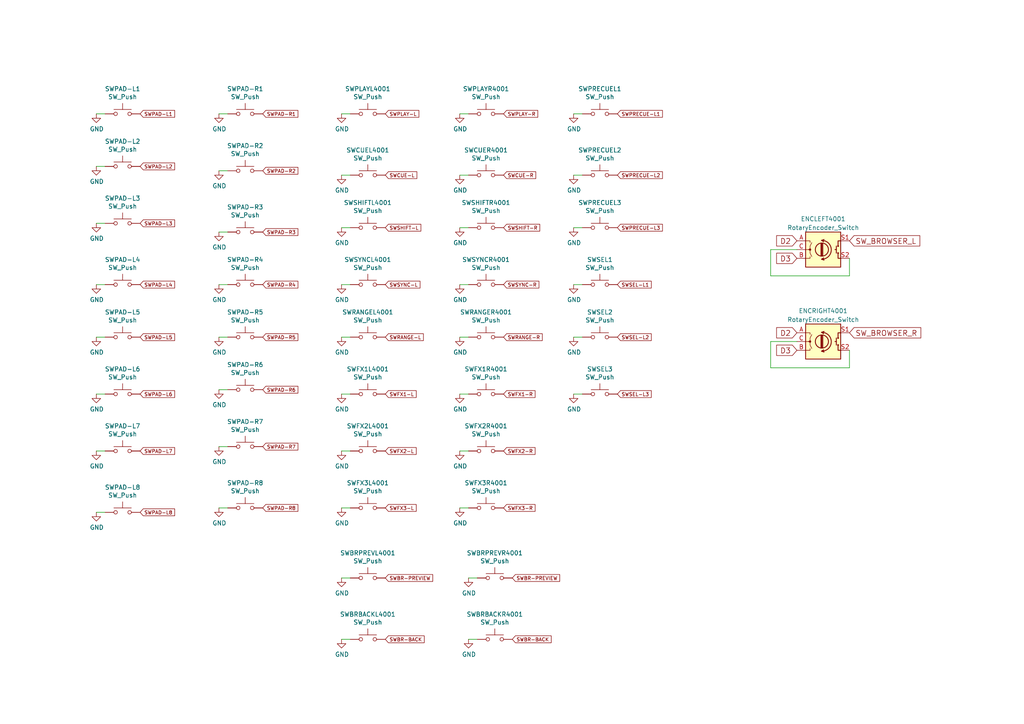
<source format=kicad_sch>
(kicad_sch (version 20210126) (generator eeschema)
  (paper "A4")
  (lib_symbols
    (symbol "Device:RotaryEncoder_Switch" (pin_names (offset 0.254) hide)
      (property "Reference" "SW" (at 0 6.604 0))
      (property "Value" "RotaryEncoder_Switch" (at 0 -6.604 0))
      (symbol "RotaryEncoder_Switch_0_1"
        (arc (start -0.381 -2.794) (end -0.381 2.667) (radius (at -0.381 -0.0508) (length 2.7432) (angles -89.9 89.9)) (stroke (width 0.254)))
        (circle (center -0.381 0) (radius 1.905) (stroke (width 0.254)))
        (circle (center 4.318 -1.016) (radius 0.127) (stroke (width 0.254)))
        (circle (center 4.318 1.016) (radius 0.127) (stroke (width 0.254)))
        (circle (center -3.81 0) (radius 0.254) (fill (type outline)))
        (rectangle (start -5.08 5.08) (end 5.08 -5.08) (stroke (width 0.254)) (fill (type background)))
        (polyline (pts (xy -0.635 -1.778) (xy -0.635 1.778)) (stroke (width 0.254)))
        (polyline (pts (xy -0.381 -1.778) (xy -0.381 1.778)) (stroke (width 0.254)))
        (polyline (pts (xy -0.127 1.778) (xy -0.127 -1.778)) (stroke (width 0.254)))
        (polyline (pts (xy 3.81 0) (xy 3.429 0)) (stroke (width 0.254)))
        (polyline (pts (xy 3.81 1.016) (xy 3.81 -1.016)) (stroke (width 0.254)))
        (polyline (pts (xy -5.08 -2.54) (xy -3.81 -2.54) (xy -3.81 -2.032)))
        (polyline (pts (xy -5.08 2.54) (xy -3.81 2.54) (xy -3.81 2.032)))
        (polyline (pts (xy 0.254 -3.048) (xy -0.508 -2.794) (xy 0.127 -2.413)) (stroke (width 0.254)))
        (polyline (pts (xy 0.254 2.921) (xy -0.508 2.667) (xy 0.127 2.286)) (stroke (width 0.254)))
        (polyline (pts (xy 5.08 -2.54) (xy 4.318 -2.54) (xy 4.318 -1.016)) (stroke (width 0.254)))
        (polyline (pts (xy 5.08 2.54) (xy 4.318 2.54) (xy 4.318 1.016)) (stroke (width 0.254)))
        (polyline (pts (xy -5.08 0) (xy -3.81 0) (xy -3.81 -1.016) (xy -3.302 -2.032)))
        (polyline (pts (xy -4.318 0) (xy -3.81 0) (xy -3.81 1.016) (xy -3.302 2.032)))
      )
      (symbol "RotaryEncoder_Switch_1_1"
        (pin passive line (at -7.62 2.54 0) (length 2.54) (name "A") (number "A"))
        (pin passive line (at -7.62 -2.54 0) (length 2.54) (name "B") (number "B"))
        (pin passive line (at -7.62 0 0) (length 2.54) (name "C") (number "C"))
        (pin passive line (at 7.62 2.54 180) (length 2.54) (name "S1") (number "S1"))
        (pin passive line (at 7.62 -2.54 180) (length 2.54) (name "S2") (number "S2"))
      )
    )
    (symbol "Switch:SW_Push" (pin_numbers hide) (pin_names (offset 1.016) hide)
      (property "Reference" "SW" (at 1.27 2.54 0))
      (property "Value" "SW_Push" (at 0 -1.524 0))
      (symbol "SW_Push_0_1"
        (circle (center -2.032 0) (radius 0.508))
        (circle (center 2.032 0) (radius 0.508))
        (polyline (pts (xy 0 1.27) (xy 0 3.048)))
        (polyline (pts (xy 2.54 1.27) (xy -2.54 1.27)))
        (pin passive line (at -5.08 0 0) (length 2.54) (name "1") (number "1"))
        (pin passive line (at 5.08 0 180) (length 2.54) (name "2") (number "2"))
      )
    )
    (symbol "power:GND" (power) (pin_names (offset 0))
      (property "Value" "GND" (at 0 -3.81 0))
      (symbol "GND_0_1"
        (polyline (pts (xy 0 0) (xy 0 -1.27) (xy 1.27 -1.27) (xy 0 -2.54) (xy -1.27 -1.27) (xy 0 -1.27)))
      )
      (symbol "GND_1_1"
        (pin power_in line (at 0 0 270) (length 0) hide (name "GND") (number "1"))
      )
    )
  )
  (wire (pts (xy 30.48 33.02) (xy 27.94 33.02)))
  (wire (pts (xy 30.48 48.26) (xy 27.94 48.26)))
  (wire (pts (xy 30.48 64.77) (xy 27.94 64.77)))
  (wire (pts (xy 30.48 82.55) (xy 27.94 82.55)))
  (wire (pts (xy 30.48 97.79) (xy 27.94 97.79)))
  (wire (pts (xy 30.48 114.3) (xy 27.94 114.3)))
  (wire (pts (xy 30.48 130.81) (xy 27.94 130.81)))
  (wire (pts (xy 30.48 148.59) (xy 27.94 148.59)))
  (wire (pts (xy 66.04 33.02) (xy 63.5 33.02)))
  (wire (pts (xy 66.04 49.53) (xy 63.5 49.53)))
  (wire (pts (xy 66.04 67.31) (xy 63.5 67.31)))
  (wire (pts (xy 66.04 82.55) (xy 63.5 82.55)))
  (wire (pts (xy 66.04 97.79) (xy 63.5 97.79)))
  (wire (pts (xy 66.04 113.03) (xy 63.5 113.03)))
  (wire (pts (xy 66.04 129.54) (xy 63.5 129.54)))
  (wire (pts (xy 66.04 147.32) (xy 63.5 147.32)))
  (wire (pts (xy 101.6 33.02) (xy 99.06 33.02)))
  (wire (pts (xy 101.6 50.8) (xy 99.06 50.8)))
  (wire (pts (xy 101.6 66.04) (xy 99.06 66.04)))
  (wire (pts (xy 101.6 82.55) (xy 99.06 82.55)))
  (wire (pts (xy 101.6 97.79) (xy 99.06 97.79)))
  (wire (pts (xy 101.6 114.3) (xy 99.06 114.3)))
  (wire (pts (xy 101.6 130.81) (xy 99.06 130.81)))
  (wire (pts (xy 101.6 147.32) (xy 99.06 147.32)))
  (wire (pts (xy 101.6 167.64) (xy 99.06 167.64)))
  (wire (pts (xy 101.6 185.42) (xy 99.06 185.42)))
  (wire (pts (xy 135.89 33.02) (xy 133.35 33.02)))
  (wire (pts (xy 135.89 50.8) (xy 133.35 50.8)))
  (wire (pts (xy 135.89 66.04) (xy 133.35 66.04)))
  (wire (pts (xy 135.89 82.55) (xy 133.35 82.55)))
  (wire (pts (xy 135.89 97.79) (xy 133.35 97.79)))
  (wire (pts (xy 135.89 114.3) (xy 133.35 114.3)))
  (wire (pts (xy 135.89 130.81) (xy 133.35 130.81)))
  (wire (pts (xy 135.89 147.32) (xy 133.35 147.32)))
  (wire (pts (xy 138.43 167.64) (xy 135.89 167.64)))
  (wire (pts (xy 138.43 185.42) (xy 135.89 185.42)))
  (wire (pts (xy 168.91 33.02) (xy 166.37 33.02)))
  (wire (pts (xy 168.91 50.8) (xy 166.37 50.8)))
  (wire (pts (xy 168.91 66.04) (xy 166.37 66.04)))
  (wire (pts (xy 168.91 82.55) (xy 166.37 82.55)))
  (wire (pts (xy 168.91 97.79) (xy 166.37 97.79)))
  (wire (pts (xy 168.91 114.3) (xy 166.37 114.3)))
  (wire (pts (xy 223.52 72.39) (xy 223.52 80.01)))
  (wire (pts (xy 223.52 80.01) (xy 246.38 80.01)))
  (wire (pts (xy 223.52 99.06) (xy 223.52 106.68)))
  (wire (pts (xy 223.52 106.68) (xy 246.38 106.68)))
  (wire (pts (xy 231.14 72.39) (xy 223.52 72.39)))
  (wire (pts (xy 231.14 99.06) (xy 223.52 99.06)))
  (wire (pts (xy 246.38 74.93) (xy 246.38 80.01)))
  (wire (pts (xy 246.38 101.6) (xy 246.38 106.68)))
  (global_label "SWPAD-L1" (shape input) (at 40.64 33.02 0) (effects (font (size 1.016 1.016))) (property "Intersheet References" "${INTERSHEET_REFS}" (effects hide)))
  (global_label "SWPAD-L2" (shape input) (at 40.64 48.26 0) (effects (font (size 1.016 1.016))) (property "Intersheet References" "${INTERSHEET_REFS}" (effects hide)))
  (global_label "SWPAD-L3" (shape input) (at 40.64 64.77 0) (effects (font (size 1.016 1.016))) (property "Intersheet References" "${INTERSHEET_REFS}" (effects hide)))
  (global_label "SWPAD-L4" (shape input) (at 40.64 82.55 0) (effects (font (size 1.016 1.016))) (property "Intersheet References" "${INTERSHEET_REFS}" (effects hide)))
  (global_label "SWPAD-L5" (shape input) (at 40.64 97.79 0) (effects (font (size 1.016 1.016))) (property "Intersheet References" "${INTERSHEET_REFS}" (effects hide)))
  (global_label "SWPAD-L6" (shape input) (at 40.64 114.3 0) (effects (font (size 1.016 1.016))) (property "Intersheet References" "${INTERSHEET_REFS}" (effects hide)))
  (global_label "SWPAD-L7" (shape input) (at 40.64 130.81 0) (effects (font (size 1.016 1.016))) (property "Intersheet References" "${INTERSHEET_REFS}" (effects hide)))
  (global_label "SWPAD-L8" (shape input) (at 40.64 148.59 0) (effects (font (size 1.016 1.016))) (property "Intersheet References" "${INTERSHEET_REFS}" (effects hide)))
  (global_label "SWPAD-R1" (shape input) (at 76.2 33.02 0) (effects (font (size 1.016 1.016))) (property "Intersheet References" "${INTERSHEET_REFS}" (effects hide)))
  (global_label "SWPAD-R2" (shape input) (at 76.2 49.53 0) (effects (font (size 1.016 1.016))) (property "Intersheet References" "${INTERSHEET_REFS}" (effects hide)))
  (global_label "SWPAD-R3" (shape input) (at 76.2 67.31 0) (effects (font (size 1.016 1.016))) (property "Intersheet References" "${INTERSHEET_REFS}" (effects hide)))
  (global_label "SWPAD-R4" (shape input) (at 76.2 82.55 0) (effects (font (size 1.016 1.016))) (property "Intersheet References" "${INTERSHEET_REFS}" (effects hide)))
  (global_label "SWPAD-R5" (shape input) (at 76.2 97.79 0) (effects (font (size 1.016 1.016))) (property "Intersheet References" "${INTERSHEET_REFS}" (effects hide)))
  (global_label "SWPAD-R6" (shape input) (at 76.2 113.03 0) (effects (font (size 1.016 1.016))) (property "Intersheet References" "${INTERSHEET_REFS}" (effects hide)))
  (global_label "SWPAD-R7" (shape input) (at 76.2 129.54 0) (effects (font (size 1.016 1.016))) (property "Intersheet References" "${INTERSHEET_REFS}" (effects hide)))
  (global_label "SWPAD-R8" (shape input) (at 76.2 147.32 0) (effects (font (size 1.016 1.016))) (property "Intersheet References" "${INTERSHEET_REFS}" (effects hide)))
  (global_label "SWPLAY-L" (shape input) (at 111.76 33.02 0) (effects (font (size 1.016 1.016))) (property "Intersheet References" "${INTERSHEET_REFS}" (effects hide)))
  (global_label "SWCUE-L" (shape input) (at 111.76 50.8 0) (effects (font (size 1.016 1.016))) (property "Intersheet References" "${INTERSHEET_REFS}" (effects hide)))
  (global_label "SWSHIFT-L" (shape input) (at 111.76 66.04 0) (effects (font (size 1.016 1.016))) (property "Intersheet References" "${INTERSHEET_REFS}" (effects hide)))
  (global_label "SWSYNC-L" (shape input) (at 111.76 82.55 0) (effects (font (size 1.016 1.016))) (property "Intersheet References" "${INTERSHEET_REFS}" (effects hide)))
  (global_label "SWRANGE-L" (shape input) (at 111.76 97.79 0) (effects (font (size 1.016 1.016))) (property "Intersheet References" "${INTERSHEET_REFS}" (effects hide)))
  (global_label "SWFX1-L" (shape input) (at 111.76 114.3 0) (effects (font (size 1.016 1.016))) (property "Intersheet References" "${INTERSHEET_REFS}" (effects hide)))
  (global_label "SWFX2-L" (shape input) (at 111.76 130.81 0) (effects (font (size 1.016 1.016))) (property "Intersheet References" "${INTERSHEET_REFS}" (effects hide)))
  (global_label "SWFX3-L" (shape input) (at 111.76 147.32 0) (effects (font (size 1.016 1.016))) (property "Intersheet References" "${INTERSHEET_REFS}" (effects hide)))
  (global_label "SWBR-PREVIEW" (shape input) (at 111.76 167.64 0) (effects (font (size 1.016 1.016))) (property "Intersheet References" "${INTERSHEET_REFS}" (effects hide)))
  (global_label "SWBR-BACK" (shape input) (at 111.76 185.42 0) (effects (font (size 1.016 1.016))) (property "Intersheet References" "${INTERSHEET_REFS}" (effects hide)))
  (global_label "SWPLAY-R" (shape input) (at 146.05 33.02 0) (effects (font (size 1.016 1.016))) (property "Intersheet References" "${INTERSHEET_REFS}" (effects hide)))
  (global_label "SWCUE-R" (shape input) (at 146.05 50.8 0) (effects (font (size 1.016 1.016))) (property "Intersheet References" "${INTERSHEET_REFS}" (effects hide)))
  (global_label "SWSHIFT-R" (shape input) (at 146.05 66.04 0) (effects (font (size 1.016 1.016))) (property "Intersheet References" "${INTERSHEET_REFS}" (effects hide)))
  (global_label "SWSYNC-R" (shape input) (at 146.05 82.55 0) (effects (font (size 1.016 1.016))) (property "Intersheet References" "${INTERSHEET_REFS}" (effects hide)))
  (global_label "SWRANGE-R" (shape input) (at 146.05 97.79 0) (effects (font (size 1.016 1.016))) (property "Intersheet References" "${INTERSHEET_REFS}" (effects hide)))
  (global_label "SWFX1-R" (shape input) (at 146.05 114.3 0) (effects (font (size 1.016 1.016))) (property "Intersheet References" "${INTERSHEET_REFS}" (effects hide)))
  (global_label "SWFX2-R" (shape input) (at 146.05 130.81 0) (effects (font (size 1.016 1.016))) (property "Intersheet References" "${INTERSHEET_REFS}" (effects hide)))
  (global_label "SWFX3-R" (shape input) (at 146.05 147.32 0) (effects (font (size 1.016 1.016))) (property "Intersheet References" "${INTERSHEET_REFS}" (effects hide)))
  (global_label "SWBR-PREVIEW" (shape input) (at 148.59 167.64 0) (effects (font (size 1.016 1.016))) (property "Intersheet References" "${INTERSHEET_REFS}" (effects hide)))
  (global_label "SWBR-BACK" (shape input) (at 148.59 185.42 0) (effects (font (size 1.016 1.016))) (property "Intersheet References" "${INTERSHEET_REFS}" (effects hide)))
  (global_label "SWPRECUE-L1" (shape input) (at 179.07 33.02 0) (effects (font (size 1.016 1.016))) (property "Intersheet References" "${INTERSHEET_REFS}" (effects hide)))
  (global_label "SWPRECUE-L2" (shape input) (at 179.07 50.8 0) (effects (font (size 1.016 1.016))) (property "Intersheet References" "${INTERSHEET_REFS}" (effects hide)))
  (global_label "SWPRECUE-L3" (shape input) (at 179.07 66.04 0) (effects (font (size 1.016 1.016))) (property "Intersheet References" "${INTERSHEET_REFS}" (effects hide)))
  (global_label "SWSEL-L1" (shape input) (at 179.07 82.55 0) (effects (font (size 1.016 1.016))) (property "Intersheet References" "${INTERSHEET_REFS}" (effects hide)))
  (global_label "SWSEL-L2" (shape input) (at 179.07 97.79 0) (effects (font (size 1.016 1.016))) (property "Intersheet References" "${INTERSHEET_REFS}" (effects hide)))
  (global_label "SWSEL-L3" (shape input) (at 179.07 114.3 0) (effects (font (size 1.016 1.016))) (property "Intersheet References" "${INTERSHEET_REFS}" (effects hide)))
  (global_label "D2" (shape input) (at 231.14 69.85 180) (effects (font (size 1.524 1.524))) (property "Intersheet References" "${INTERSHEET_REFS}" (effects hide)))
  (global_label "D3" (shape input) (at 231.14 74.93 180) (effects (font (size 1.524 1.524))) (property "Intersheet References" "${INTERSHEET_REFS}" (effects hide)))
  (global_label "D2" (shape input) (at 231.14 96.52 180) (effects (font (size 1.524 1.524))) (property "Intersheet References" "${INTERSHEET_REFS}" (effects hide)))
  (global_label "D3" (shape input) (at 231.14 101.6 180) (effects (font (size 1.524 1.524))) (property "Intersheet References" "${INTERSHEET_REFS}" (effects hide)))
  (global_label "SW_BROWSER_L" (shape input) (at 246.38 69.85 0) (effects (font (size 1.524 1.524))) (property "Intersheet References" "${INTERSHEET_REFS}" (effects hide)))
  (global_label "SW_BROWSER_R" (shape input) (at 246.38 96.52 0) (effects (font (size 1.524 1.524))) (property "Intersheet References" "${INTERSHEET_REFS}" (effects hide)))
  (symbol (lib_id "power:GND") (at 27.94 33.02 0) (unit 1)
    (property "Reference" "#PWR04001" (effects hide))
    (property "Value" "GND" (at 28.067 37.4142 0))
  )
  (symbol (lib_id "power:GND") (at 27.94 48.26 0) (unit 1)
    (property "Reference" "#PWR04002" (effects hide))
    (property "Value" "GND" (at 28.067 52.6542 0))
  )
  (symbol (lib_id "power:GND") (at 27.94 64.77 0) (unit 1)
    (property "Reference" "#PWR04003" (effects hide))
    (property "Value" "GND" (at 28.067 69.1642 0))
  )
  (symbol (lib_id "power:GND") (at 27.94 82.55 0) (unit 1)
    (property "Reference" "#PWR04004" (effects hide))
    (property "Value" "GND" (at 28.067 86.9442 0))
  )
  (symbol (lib_id "power:GND") (at 27.94 97.79 0) (unit 1)
    (property "Reference" "#PWR04005" (effects hide))
    (property "Value" "GND" (at 28.067 102.1842 0))
  )
  (symbol (lib_id "power:GND") (at 27.94 114.3 0) (unit 1)
    (property "Reference" "#PWR04006" (effects hide))
    (property "Value" "GND" (at 28.067 118.6942 0))
  )
  (symbol (lib_id "power:GND") (at 27.94 130.81 0) (unit 1)
    (property "Reference" "#PWR04007" (effects hide))
    (property "Value" "GND" (at 28.067 135.2042 0))
  )
  (symbol (lib_id "power:GND") (at 27.94 148.59 0) (unit 1)
    (property "Reference" "#PWR04008" (effects hide))
    (property "Value" "GND" (at 28.067 152.9842 0))
  )
  (symbol (lib_id "power:GND") (at 63.5 33.02 0) (unit 1)
    (property "Reference" "#PWR04009" (effects hide))
    (property "Value" "GND" (at 63.627 37.4142 0))
  )
  (symbol (lib_id "power:GND") (at 63.5 49.53 0) (unit 1)
    (property "Reference" "#PWR04010" (effects hide))
    (property "Value" "GND" (at 63.627 53.9242 0))
  )
  (symbol (lib_id "power:GND") (at 63.5 67.31 0) (unit 1)
    (property "Reference" "#PWR04011" (effects hide))
    (property "Value" "GND" (at 63.627 71.7042 0))
  )
  (symbol (lib_id "power:GND") (at 63.5 82.55 0) (unit 1)
    (property "Reference" "#PWR04012" (effects hide))
    (property "Value" "GND" (at 63.627 86.9442 0))
  )
  (symbol (lib_id "power:GND") (at 63.5 97.79 0) (unit 1)
    (property "Reference" "#PWR04013" (effects hide))
    (property "Value" "GND" (at 63.627 102.1842 0))
  )
  (symbol (lib_id "power:GND") (at 63.5 113.03 0) (unit 1)
    (property "Reference" "#PWR04014" (effects hide))
    (property "Value" "GND" (at 63.627 117.4242 0))
  )
  (symbol (lib_id "power:GND") (at 63.5 129.54 0) (unit 1)
    (property "Reference" "#PWR04015" (effects hide))
    (property "Value" "GND" (at 63.627 133.9342 0))
  )
  (symbol (lib_id "power:GND") (at 63.5 147.32 0) (unit 1)
    (property "Reference" "#PWR04016" (effects hide))
    (property "Value" "GND" (at 63.627 151.7142 0))
  )
  (symbol (lib_id "power:GND") (at 99.06 33.02 0) (unit 1)
    (property "Reference" "#PWR04017" (effects hide))
    (property "Value" "GND" (at 99.187 37.4142 0))
  )
  (symbol (lib_id "power:GND") (at 99.06 50.8 0) (unit 1)
    (property "Reference" "#PWR04018" (effects hide))
    (property "Value" "GND" (at 99.187 55.1942 0))
  )
  (symbol (lib_id "power:GND") (at 99.06 66.04 0) (unit 1)
    (property "Reference" "#PWR04019" (effects hide))
    (property "Value" "GND" (at 99.187 70.4342 0))
  )
  (symbol (lib_id "power:GND") (at 99.06 82.55 0) (unit 1)
    (property "Reference" "#PWR04020" (effects hide))
    (property "Value" "GND" (at 99.187 86.9442 0))
  )
  (symbol (lib_id "power:GND") (at 99.06 97.79 0) (unit 1)
    (property "Reference" "#PWR04021" (effects hide))
    (property "Value" "GND" (at 99.187 102.1842 0))
  )
  (symbol (lib_id "power:GND") (at 99.06 114.3 0) (unit 1)
    (property "Reference" "#PWR04022" (effects hide))
    (property "Value" "GND" (at 99.187 118.6942 0))
  )
  (symbol (lib_id "power:GND") (at 99.06 130.81 0) (unit 1)
    (property "Reference" "#PWR04023" (effects hide))
    (property "Value" "GND" (at 99.187 135.2042 0))
  )
  (symbol (lib_id "power:GND") (at 99.06 147.32 0) (unit 1)
    (property "Reference" "#PWR04024" (effects hide))
    (property "Value" "GND" (at 99.187 151.7142 0))
  )
  (symbol (lib_id "power:GND") (at 99.06 167.64 0) (unit 1)
    (property "Reference" "#PWR04025" (effects hide))
    (property "Value" "GND" (at 99.187 172.0342 0))
  )
  (symbol (lib_id "power:GND") (at 99.06 185.42 0) (unit 1)
    (property "Reference" "#PWR04026" (effects hide))
    (property "Value" "GND" (at 99.187 189.8142 0))
  )
  (symbol (lib_id "power:GND") (at 133.35 33.02 0) (unit 1)
    (property "Reference" "#PWR04027" (effects hide))
    (property "Value" "GND" (at 133.477 37.4142 0))
  )
  (symbol (lib_id "power:GND") (at 133.35 50.8 0) (unit 1)
    (property "Reference" "#PWR04028" (effects hide))
    (property "Value" "GND" (at 133.477 55.1942 0))
  )
  (symbol (lib_id "power:GND") (at 133.35 66.04 0) (unit 1)
    (property "Reference" "#PWR04029" (effects hide))
    (property "Value" "GND" (at 133.477 70.4342 0))
  )
  (symbol (lib_id "power:GND") (at 133.35 82.55 0) (unit 1)
    (property "Reference" "#PWR04030" (effects hide))
    (property "Value" "GND" (at 133.477 86.9442 0))
  )
  (symbol (lib_id "power:GND") (at 133.35 97.79 0) (unit 1)
    (property "Reference" "#PWR04031" (effects hide))
    (property "Value" "GND" (at 133.477 102.1842 0))
  )
  (symbol (lib_id "power:GND") (at 133.35 114.3 0) (unit 1)
    (property "Reference" "#PWR04032" (effects hide))
    (property "Value" "GND" (at 133.477 118.6942 0))
  )
  (symbol (lib_id "power:GND") (at 133.35 130.81 0) (unit 1)
    (property "Reference" "#PWR04033" (effects hide))
    (property "Value" "GND" (at 133.477 135.2042 0))
  )
  (symbol (lib_id "power:GND") (at 133.35 147.32 0) (unit 1)
    (property "Reference" "#PWR04034" (effects hide))
    (property "Value" "GND" (at 133.477 151.7142 0))
  )
  (symbol (lib_id "power:GND") (at 135.89 167.64 0) (unit 1)
    (property "Reference" "#PWR04035" (effects hide))
    (property "Value" "GND" (at 136.017 172.0342 0))
  )
  (symbol (lib_id "power:GND") (at 135.89 185.42 0) (unit 1)
    (property "Reference" "#PWR04036" (effects hide))
    (property "Value" "GND" (at 136.017 189.8142 0))
  )
  (symbol (lib_id "power:GND") (at 166.37 33.02 0) (unit 1)
    (property "Reference" "#PWR04037" (effects hide))
    (property "Value" "GND" (at 166.497 37.4142 0))
  )
  (symbol (lib_id "power:GND") (at 166.37 50.8 0) (unit 1)
    (property "Reference" "#PWR04038" (effects hide))
    (property "Value" "GND" (at 166.497 55.1942 0))
  )
  (symbol (lib_id "power:GND") (at 166.37 66.04 0) (unit 1)
    (property "Reference" "#PWR04039" (effects hide))
    (property "Value" "GND" (at 166.497 70.4342 0))
  )
  (symbol (lib_id "power:GND") (at 166.37 82.55 0) (unit 1)
    (property "Reference" "#PWR04040" (effects hide))
    (property "Value" "GND" (at 166.497 86.9442 0))
  )
  (symbol (lib_id "power:GND") (at 166.37 97.79 0) (unit 1)
    (property "Reference" "#PWR04041" (effects hide))
    (property "Value" "GND" (at 166.497 102.1842 0))
  )
  (symbol (lib_id "power:GND") (at 166.37 114.3 0) (unit 1)
    (property "Reference" "#PWR04042" (effects hide))
    (property "Value" "GND" (at 166.497 118.6942 0))
  )
  (symbol (lib_id "Switch:SW_Push") (at 35.56 33.02 0) (unit 1)
    (property "Reference" "SWPAD-L1" (at 35.56 25.781 0))
    (property "Value" "SW_Push" (at 35.56 28.0924 0))
    (property "Footprint" "Button_Switch_THT:SW_PUSH_6mm_H5mm" (effects hide))
  )
  (symbol (lib_id "Switch:SW_Push") (at 35.56 48.26 0) (unit 1)
    (property "Reference" "SWPAD-L2" (at 35.56 41.021 0))
    (property "Value" "SW_Push" (at 35.56 43.3324 0))
    (property "Footprint" "Button_Switch_THT:SW_PUSH_6mm_H5mm" (effects hide))
  )
  (symbol (lib_id "Switch:SW_Push") (at 35.56 64.77 0) (unit 1)
    (property "Reference" "SWPAD-L3" (at 35.56 57.531 0))
    (property "Value" "SW_Push" (at 35.56 59.8424 0))
    (property "Footprint" "Button_Switch_THT:SW_PUSH_6mm_H5mm" (effects hide))
  )
  (symbol (lib_id "Switch:SW_Push") (at 35.56 82.55 0) (unit 1)
    (property "Reference" "SWPAD-L4" (at 35.56 75.311 0))
    (property "Value" "SW_Push" (at 35.56 77.6224 0))
    (property "Footprint" "Button_Switch_THT:SW_PUSH_6mm_H5mm" (effects hide))
  )
  (symbol (lib_id "Switch:SW_Push") (at 35.56 97.79 0) (unit 1)
    (property "Reference" "SWPAD-L5" (at 35.56 90.551 0))
    (property "Value" "SW_Push" (at 35.56 92.8624 0))
    (property "Footprint" "Button_Switch_THT:SW_PUSH_6mm_H5mm" (effects hide))
  )
  (symbol (lib_id "Switch:SW_Push") (at 35.56 114.3 0) (unit 1)
    (property "Reference" "SWPAD-L6" (at 35.56 107.061 0))
    (property "Value" "SW_Push" (at 35.56 109.3724 0))
    (property "Footprint" "Button_Switch_THT:SW_PUSH_6mm_H5mm" (effects hide))
  )
  (symbol (lib_id "Switch:SW_Push") (at 35.56 130.81 0) (unit 1)
    (property "Reference" "SWPAD-L7" (at 35.56 123.571 0))
    (property "Value" "SW_Push" (at 35.56 125.8824 0))
    (property "Footprint" "Button_Switch_THT:SW_PUSH_6mm_H5mm" (effects hide))
  )
  (symbol (lib_id "Switch:SW_Push") (at 35.56 148.59 0) (unit 1)
    (property "Reference" "SWPAD-L8" (at 35.56 141.351 0))
    (property "Value" "SW_Push" (at 35.56 143.6624 0))
    (property "Footprint" "Button_Switch_THT:SW_PUSH_6mm_H5mm" (effects hide))
  )
  (symbol (lib_id "Switch:SW_Push") (at 71.12 33.02 0) (unit 1)
    (property "Reference" "SWPAD-R1" (at 71.12 25.781 0))
    (property "Value" "SW_Push" (at 71.12 28.0924 0))
    (property "Footprint" "Button_Switch_THT:SW_PUSH_6mm_H5mm" (effects hide))
  )
  (symbol (lib_id "Switch:SW_Push") (at 71.12 49.53 0) (unit 1)
    (property "Reference" "SWPAD-R2" (at 71.12 42.291 0))
    (property "Value" "SW_Push" (at 71.12 44.6024 0))
    (property "Footprint" "Button_Switch_THT:SW_PUSH_6mm_H5mm" (effects hide))
  )
  (symbol (lib_id "Switch:SW_Push") (at 71.12 67.31 0) (unit 1)
    (property "Reference" "SWPAD-R3" (at 71.12 60.071 0))
    (property "Value" "SW_Push" (at 71.12 62.3824 0))
    (property "Footprint" "Button_Switch_THT:SW_PUSH_6mm_H5mm" (effects hide))
  )
  (symbol (lib_id "Switch:SW_Push") (at 71.12 82.55 0) (unit 1)
    (property "Reference" "SWPAD-R4" (at 71.12 75.311 0))
    (property "Value" "SW_Push" (at 71.12 77.6224 0))
    (property "Footprint" "Button_Switch_THT:SW_PUSH_6mm_H5mm" (effects hide))
  )
  (symbol (lib_id "Switch:SW_Push") (at 71.12 97.79 0) (unit 1)
    (property "Reference" "SWPAD-R5" (at 71.12 90.551 0))
    (property "Value" "SW_Push" (at 71.12 92.8624 0))
    (property "Footprint" "Button_Switch_THT:SW_PUSH_6mm_H5mm" (effects hide))
  )
  (symbol (lib_id "Switch:SW_Push") (at 71.12 113.03 0) (unit 1)
    (property "Reference" "SWPAD-R6" (at 71.12 105.791 0))
    (property "Value" "SW_Push" (at 71.12 108.1024 0))
    (property "Footprint" "Button_Switch_THT:SW_PUSH_6mm_H5mm" (effects hide))
  )
  (symbol (lib_id "Switch:SW_Push") (at 71.12 129.54 0) (unit 1)
    (property "Reference" "SWPAD-R7" (at 71.12 122.301 0))
    (property "Value" "SW_Push" (at 71.12 124.6124 0))
    (property "Footprint" "Button_Switch_THT:SW_PUSH_6mm_H5mm" (effects hide))
  )
  (symbol (lib_id "Switch:SW_Push") (at 71.12 147.32 0) (unit 1)
    (property "Reference" "SWPAD-R8" (at 71.12 140.081 0))
    (property "Value" "SW_Push" (at 71.12 142.3924 0))
    (property "Footprint" "Button_Switch_THT:SW_PUSH_6mm_H5mm" (effects hide))
  )
  (symbol (lib_id "Switch:SW_Push") (at 106.68 33.02 0) (unit 1)
    (property "Reference" "SWPLAYL4001" (at 106.68 25.781 0))
    (property "Value" "SW_Push" (at 106.68 28.0924 0))
    (property "Footprint" "Button_Switch_THT:SW_PUSH_6mm_H5mm" (effects hide))
  )
  (symbol (lib_id "Switch:SW_Push") (at 106.68 50.8 0) (unit 1)
    (property "Reference" "SWCUEL4001" (at 106.68 43.561 0))
    (property "Value" "SW_Push" (at 106.68 45.8724 0))
    (property "Footprint" "Button_Switch_THT:SW_PUSH_6mm_H5mm" (effects hide))
  )
  (symbol (lib_id "Switch:SW_Push") (at 106.68 66.04 0) (unit 1)
    (property "Reference" "SWSHIFTL4001" (at 106.68 58.801 0))
    (property "Value" "SW_Push" (at 106.68 61.1124 0))
    (property "Footprint" "Button_Switch_THT:SW_PUSH_6mm_H5mm" (effects hide))
  )
  (symbol (lib_id "Switch:SW_Push") (at 106.68 82.55 0) (unit 1)
    (property "Reference" "SWSYNCL4001" (at 106.68 75.311 0))
    (property "Value" "SW_Push" (at 106.68 77.6224 0))
    (property "Footprint" "Button_Switch_THT:SW_PUSH_6mm_H5mm" (effects hide))
  )
  (symbol (lib_id "Switch:SW_Push") (at 106.68 97.79 0) (unit 1)
    (property "Reference" "SWRANGEL4001" (at 106.68 90.551 0))
    (property "Value" "SW_Push" (at 106.68 92.8624 0))
    (property "Footprint" "Button_Switch_THT:SW_PUSH_6mm_H5mm" (effects hide))
  )
  (symbol (lib_id "Switch:SW_Push") (at 106.68 114.3 0) (unit 1)
    (property "Reference" "SWFX1L4001" (at 106.68 107.061 0))
    (property "Value" "SW_Push" (at 106.68 109.3724 0))
    (property "Footprint" "Button_Switch_THT:SW_PUSH_6mm_H5mm" (effects hide))
  )
  (symbol (lib_id "Switch:SW_Push") (at 106.68 130.81 0) (unit 1)
    (property "Reference" "SWFX2L4001" (at 106.68 123.571 0))
    (property "Value" "SW_Push" (at 106.68 125.8824 0))
    (property "Footprint" "Button_Switch_THT:SW_PUSH_6mm_H5mm" (effects hide))
  )
  (symbol (lib_id "Switch:SW_Push") (at 106.68 147.32 0) (unit 1)
    (property "Reference" "SWFX3L4001" (at 106.68 140.081 0))
    (property "Value" "SW_Push" (at 106.68 142.3924 0))
    (property "Footprint" "Button_Switch_THT:SW_PUSH_6mm_H5mm" (effects hide))
  )
  (symbol (lib_id "Switch:SW_Push") (at 106.68 167.64 0) (unit 1)
    (property "Reference" "SWBRPREVL4001" (at 106.68 160.401 0))
    (property "Value" "SW_Push" (at 106.68 162.7124 0))
    (property "Footprint" "Button_Switch_THT:SW_PUSH_6mm_H5mm" (effects hide))
  )
  (symbol (lib_id "Switch:SW_Push") (at 106.68 185.42 0) (unit 1)
    (property "Reference" "SWBRBACKL4001" (at 106.68 178.181 0))
    (property "Value" "SW_Push" (at 106.68 180.4924 0))
    (property "Footprint" "Button_Switch_THT:SW_PUSH_6mm_H5mm" (effects hide))
  )
  (symbol (lib_id "Switch:SW_Push") (at 140.97 33.02 0) (unit 1)
    (property "Reference" "SWPLAYR4001" (at 140.97 25.781 0))
    (property "Value" "SW_Push" (at 140.97 28.0924 0))
    (property "Footprint" "Button_Switch_THT:SW_PUSH_6mm_H5mm" (effects hide))
  )
  (symbol (lib_id "Switch:SW_Push") (at 140.97 50.8 0) (unit 1)
    (property "Reference" "SWCUER4001" (at 140.97 43.561 0))
    (property "Value" "SW_Push" (at 140.97 45.8724 0))
    (property "Footprint" "Button_Switch_THT:SW_PUSH_6mm_H5mm" (effects hide))
  )
  (symbol (lib_id "Switch:SW_Push") (at 140.97 66.04 0) (unit 1)
    (property "Reference" "SWSHIFTR4001" (at 140.97 58.801 0))
    (property "Value" "SW_Push" (at 140.97 61.1124 0))
    (property "Footprint" "Button_Switch_THT:SW_PUSH_6mm_H5mm" (effects hide))
  )
  (symbol (lib_id "Switch:SW_Push") (at 140.97 82.55 0) (unit 1)
    (property "Reference" "SWSYNCR4001" (at 140.97 75.311 0))
    (property "Value" "SW_Push" (at 140.97 77.6224 0))
    (property "Footprint" "Button_Switch_THT:SW_PUSH_6mm_H5mm" (effects hide))
  )
  (symbol (lib_id "Switch:SW_Push") (at 140.97 97.79 0) (unit 1)
    (property "Reference" "SWRANGER4001" (at 140.97 90.551 0))
    (property "Value" "SW_Push" (at 140.97 92.8624 0))
    (property "Footprint" "Button_Switch_THT:SW_PUSH_6mm_H5mm" (effects hide))
  )
  (symbol (lib_id "Switch:SW_Push") (at 140.97 114.3 0) (unit 1)
    (property "Reference" "SWFX1R4001" (at 140.97 107.061 0))
    (property "Value" "SW_Push" (at 140.97 109.3724 0))
    (property "Footprint" "Button_Switch_THT:SW_PUSH_6mm_H5mm" (effects hide))
  )
  (symbol (lib_id "Switch:SW_Push") (at 140.97 130.81 0) (unit 1)
    (property "Reference" "SWFX2R4001" (at 140.97 123.571 0))
    (property "Value" "SW_Push" (at 140.97 125.8824 0))
    (property "Footprint" "Button_Switch_THT:SW_PUSH_6mm_H5mm" (effects hide))
  )
  (symbol (lib_id "Switch:SW_Push") (at 140.97 147.32 0) (unit 1)
    (property "Reference" "SWFX3R4001" (at 140.97 140.081 0))
    (property "Value" "SW_Push" (at 140.97 142.3924 0))
    (property "Footprint" "Button_Switch_THT:SW_PUSH_6mm_H5mm" (effects hide))
  )
  (symbol (lib_id "Switch:SW_Push") (at 143.51 167.64 0) (unit 1)
    (property "Reference" "SWBRPREVR4001" (at 143.51 160.401 0))
    (property "Value" "SW_Push" (at 143.51 162.7124 0))
    (property "Footprint" "Button_Switch_THT:SW_PUSH_6mm_H5mm" (effects hide))
  )
  (symbol (lib_id "Switch:SW_Push") (at 143.51 185.42 0) (unit 1)
    (property "Reference" "SWBRBACKR4001" (at 143.51 178.181 0))
    (property "Value" "SW_Push" (at 143.51 180.4924 0))
    (property "Footprint" "Button_Switch_THT:SW_PUSH_6mm_H5mm" (effects hide))
  )
  (symbol (lib_id "Switch:SW_Push") (at 173.99 33.02 0) (unit 1)
    (property "Reference" "SWPRECUEL1" (at 173.99 25.781 0))
    (property "Value" "SW_Push" (at 173.99 28.0924 0))
    (property "Footprint" "Button_Switch_THT:SW_PUSH_6mm_H5mm" (effects hide))
  )
  (symbol (lib_id "Switch:SW_Push") (at 173.99 50.8 0) (unit 1)
    (property "Reference" "SWPRECUEL2" (at 173.99 43.561 0))
    (property "Value" "SW_Push" (at 173.99 45.8724 0))
    (property "Footprint" "Button_Switch_THT:SW_PUSH_6mm_H5mm" (effects hide))
  )
  (symbol (lib_id "Switch:SW_Push") (at 173.99 66.04 0) (unit 1)
    (property "Reference" "SWPRECUEL3" (at 173.99 58.801 0))
    (property "Value" "SW_Push" (at 173.99 61.1124 0))
    (property "Footprint" "Button_Switch_THT:SW_PUSH_6mm_H5mm" (effects hide))
  )
  (symbol (lib_id "Switch:SW_Push") (at 173.99 82.55 0) (unit 1)
    (property "Reference" "SWSEL1" (at 173.99 75.311 0))
    (property "Value" "SW_Push" (at 173.99 77.6224 0))
    (property "Footprint" "Button_Switch_THT:SW_PUSH_6mm_H5mm" (effects hide))
  )
  (symbol (lib_id "Switch:SW_Push") (at 173.99 97.79 0) (unit 1)
    (property "Reference" "SWSEL2" (at 173.99 90.551 0))
    (property "Value" "SW_Push" (at 173.99 92.8624 0))
    (property "Footprint" "Button_Switch_THT:SW_PUSH_6mm_H5mm" (effects hide))
  )
  (symbol (lib_id "Switch:SW_Push") (at 173.99 114.3 0) (unit 1)
    (property "Reference" "SWSEL3" (at 173.99 107.061 0))
    (property "Value" "SW_Push" (at 173.99 109.3724 0))
    (property "Footprint" "Button_Switch_THT:SW_PUSH_6mm_H5mm" (effects hide))
  )
  (symbol (lib_id "Device:RotaryEncoder_Switch") (at 238.76 72.39 0) (unit 1)
    (property "Reference" "ENCLEFT4001" (at 238.76 63.5 0))
    (property "Value" "RotaryEncoder_Switch" (at 238.76 66.04 0))
    (property "Footprint" "Rotary_Encoder:RotaryEncoder_Alps_EC11E_Vertical_H20mm_CircularMountingHoles" (effects hide))
  )
  (symbol (lib_id "Device:RotaryEncoder_Switch") (at 238.76 99.06 0) (unit 1)
    (property "Reference" "ENCRIGHT4001" (at 238.76 90.17 0))
    (property "Value" "RotaryEncoder_Switch" (at 238.76 92.71 0))
    (property "Footprint" "Rotary_Encoder:RotaryEncoder_Alps_EC11E_Vertical_H20mm_CircularMountingHoles" (effects hide))
  )
)
</source>
